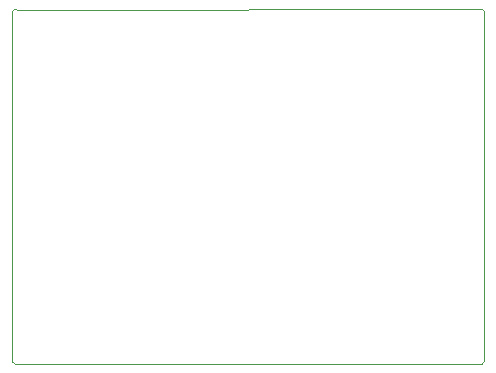
<source format=gbr>
%TF.GenerationSoftware,KiCad,Pcbnew,8.0.3*%
%TF.CreationDate,2024-07-26T16:59:45-04:00*%
%TF.ProjectId,Health_Watch,4865616c-7468-45f5-9761-7463682e6b69,rev?*%
%TF.SameCoordinates,Original*%
%TF.FileFunction,Profile,NP*%
%FSLAX46Y46*%
G04 Gerber Fmt 4.6, Leading zero omitted, Abs format (unit mm)*
G04 Created by KiCad (PCBNEW 8.0.3) date 2024-07-26 16:59:45*
%MOMM*%
%LPD*%
G01*
G04 APERTURE LIST*
%TA.AperFunction,Profile*%
%ADD10C,0.050000*%
%TD*%
G04 APERTURE END LIST*
D10*
X96897032Y-69209178D02*
X96920243Y-39603191D01*
X136696978Y-69396768D02*
X97104200Y-69392800D01*
X97380363Y-39397734D02*
X97104200Y-39395400D01*
X96920243Y-39603191D02*
G75*
G02*
X97103865Y-39396007I183657J22191D01*
G01*
X136677400Y-39395400D02*
G75*
G02*
X136884537Y-39579022I22200J-183600D01*
G01*
X136169400Y-39395400D02*
X136677400Y-39395400D01*
X97380363Y-39397734D02*
X136169400Y-39395400D01*
X136880600Y-69189600D02*
G75*
G02*
X136696978Y-69396737I-183600J-22200D01*
G01*
X97104200Y-69392800D02*
G75*
G02*
X96897063Y-69209178I-22200J183600D01*
G01*
X136884568Y-39579022D02*
X136880600Y-69189600D01*
M02*

</source>
